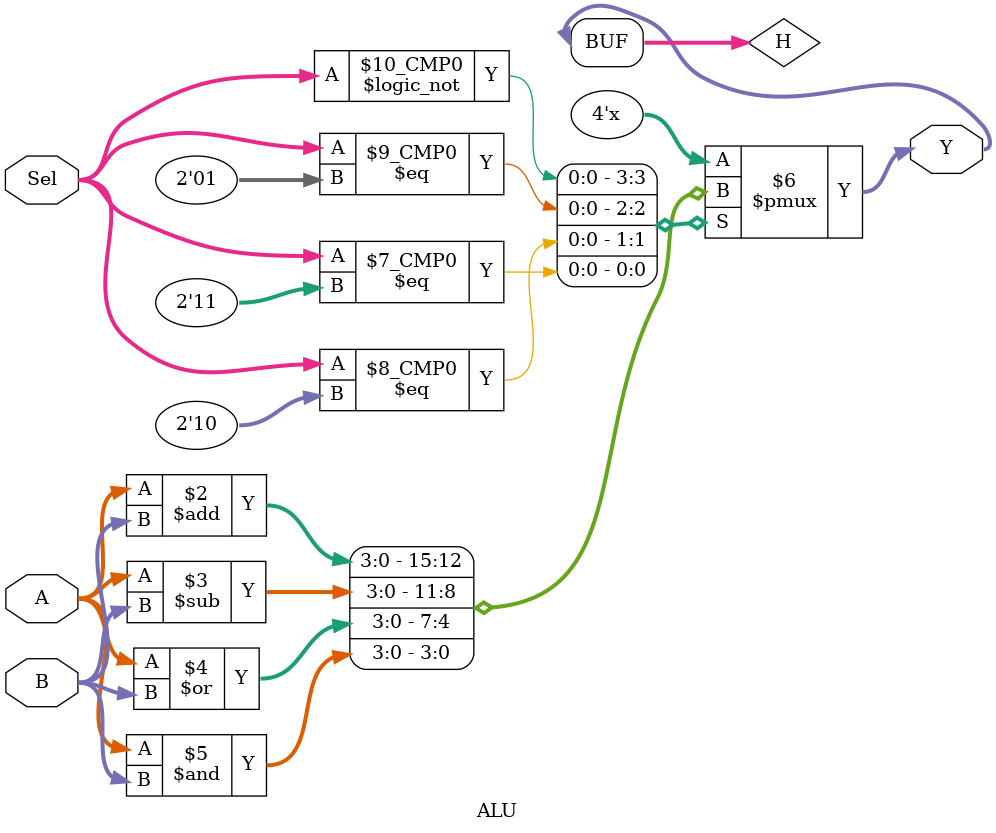
<source format=v>
`timescale 1ns / 1ps


module ALU(
    input [3:0] A,
    input [3:0] B,
    input [1:0] Sel,
    output [3:0] Y
    );
    
    reg[3:0] H;
    assign Y = H;
    always @(A or B or Sel)

        begin
		
			case(Sel)
			2'b00: H = A + B;
			2'b01: H = A - B;
			2'b10: H = A | B;
			2'b11: H = A & B;
			endcase
			

        
        end    
    
endmodule

</source>
